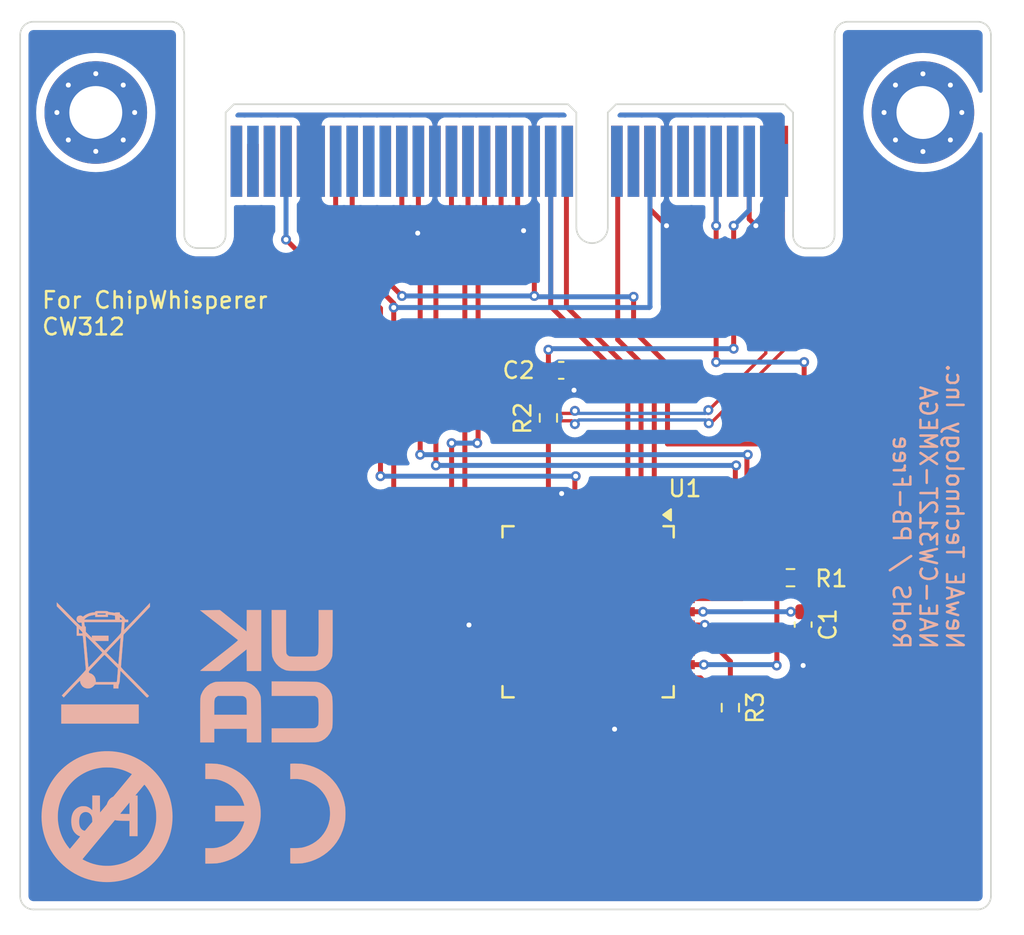
<source format=kicad_pcb>
(kicad_pcb (version 20240108) (generator "pcbnew") (generator_version "8.0")
  (layers (0 "F.Cu" signal) (31 "B.Cu" signal) (34 "B.Paste" user) (35 "F.Paste" user) (36 "B.SilkS" user "B.Silkscreen") (37 "F.SilkS" user "F.Silkscreen") (38 "B.Mask" user) (39 "F.Mask" user) (44 "Edge.Cuts" user))
  (net 0 "")
  (net 1 "VCC")
  (net 2 "GND")
  (net 3 "/FILT_LP")
  (net 4 "/GPIO2")
  (net 13 "/PDID")
  (net 21 "/LED2")
  (net 23 "/CLKOUT")
  (net 28 "/HDR5{slash}RST")
  (net 30 "/GPIO4")
  (net 33 "/LED1")
  (net 35 "/GPIO3")
  (net 39 "/LED3")
  (net 40 "Net-(P1-CLKIN)")
  (net 47 "/GPIO1")
  (net 48 "/CLK")
  (net 65 "VCC CLEAN")
  (footprint "Silkscrren_Symbols:WEEE-Logo_5.6x8mm_SilkScreen" (layer "F.Cu") (at 127.066666 97.903985)
    (property "Reference" "PCB4" (hide yes))
    (property "Value" "WEEE SYMBOL" (hide yes))
  )
  (footprint "tutorial_2_library:CW312_Template" (layer "F.Cu") (at 127.69 64.955)
    (property "Reference" "P1" (hide yes))
    (property "Value" "PCIEx4 EDGE CONNECTOR")
    (fp_line (start -4.57 -4.69) (end -4.57 47.4) (stroke (width 0.1)) (layer "Edge.Cuts"))
    (fp_line (start 4.55 -5.49) (end -3.77 -5.49) (stroke (width 0.1)) (layer "Edge.Cuts"))
    (fp_line (start 5.35 7.4) (end 5.35 -4.69) (stroke (width 0.1)) (layer "Edge.Cuts"))
    (fp_line (start 7.05 8.2) (end 6.15 8.2) (stroke (width 0.1)) (layer "Edge.Cuts"))
    (fp_line (start 7.85 0) (end 8.35 -0.5) (stroke (width 0.1)) (layer "Edge.Cuts"))
    (fp_line (start 7.85 7.4) (end 7.85 0) (stroke (width 0.1)) (layer "Edge.Cuts"))
    (fp_line (start 28.55 -0.5) (end 8.35 -0.5) (stroke (width 0.1)) (layer "Edge.Cuts"))
    (fp_line (start 29.05 0) (end 28.55 -0.5) (stroke (width 0.1)) (layer "Edge.Cuts"))
    (fp_line (start 29.05 6.95) (end 29.05 0) (stroke (width 0.1)) (layer "Edge.Cuts"))
    (fp_line (start 30.95 0) (end 31.45 -0.5) (stroke (width 0.1)) (layer "Edge.Cuts"))
    (fp_line (start 30.95 6.95) (end 30.95 0) (stroke (width 0.1)) (layer "Edge.Cuts"))
    (fp_line (start 41.65 -0.5) (end 31.45 -0.5) (stroke (width 0.1)) (layer "Edge.Cuts"))
    (fp_line (start 42.15 0) (end 41.65 -0.5) (stroke (width 0.1)) (layer "Edge.Cuts"))
    (fp_line (start 42.15 7.41) (end 42.15 0) (stroke (width 0.1)) (layer "Edge.Cuts"))
    (fp_line (start 42.95 8.21) (end 43.86 8.21) (stroke (width 0.1)) (layer "Edge.Cuts"))
    (fp_line (start 44.66 7.41) (end 44.66 -4.69) (stroke (width 0.1)) (layer "Edge.Cuts"))
    (fp_line (start 45.46 -5.49) (end 53.31 -5.49) (stroke (width 0.1)) (layer "Edge.Cuts"))
    (fp_line (start 53.31 48.2) (end -3.77 48.2) (stroke (width 0.1)) (layer "Edge.Cuts"))
    (fp_line (start 54.11 -4.69) (end 54.11 47.4) (stroke (width 0.1)) (layer "Edge.Cuts"))
    (fp_arc (start -4.57 -4.69) (mid -4.335685 -5.255685) (end -3.77 -5.49) (stroke (width 0.1)) (layer "Edge.Cuts"))
    (fp_arc (start -3.77 48.2) (mid -4.335685 47.965685) (end -4.57 47.4) (stroke (width 0.1)) (layer "Edge.Cuts"))
    (fp_arc (start 4.55 -5.49) (mid 5.115685 -5.255685) (end 5.35 -4.69) (stroke (width 0.1)) (layer "Edge.Cuts"))
    (fp_arc (start 6.15 8.2) (mid 5.584315 7.965685) (end 5.35 7.4) (stroke (width 0.1)) (layer "Edge.Cuts"))
    (fp_arc (start 7.85 7.4) (mid 7.615685 7.965685) (end 7.05 8.2) (stroke (width 0.1)) (layer "Edge.Cuts"))
    (fp_arc (start 30.95 6.95) (mid 30 7.9) (end 29.05 6.95) (stroke (width 0.1)) (layer "Edge.Cuts"))
    (fp_arc (start 42.95 8.21) (mid 42.384315 7.975685) (end 42.15 7.41) (stroke (width 0.1)) (layer "Edge.Cuts"))
    (fp_arc (start 44.66 -4.69) (mid 44.894315 -5.255685) (end 45.46 -5.49) (stroke (width 0.1)) (layer "Edge.Cuts"))
    (fp_arc (start 44.66 7.41) (mid 44.425685 7.975685) (end 43.86 8.21) (stroke (width 0.1)) (layer "Edge.Cuts"))
    (fp_arc (start 53.31 -5.49) (mid 53.875685 -5.255685) (end 54.11 -4.69) (stroke (width 0.1)) (layer "Edge.Cuts"))
    (fp_arc (start 54.11 47.4) (mid 53.875685 47.965685) (end 53.31 48.2) (stroke (width 0.1)) (layer "Edge.Cuts"))
    (pad "A1" connect rect (at 41.5 3.5 180) (size 0.7 3.2) (layers "B.Cu" "B.Mask") (net 2 "GND"))
    (pad "A2" connect rect (at 40.5 2.95 180) (size 0.7 4.3) (layers "B.Cu" "B.Mask") (net 2 "GND"))
    (pad "A3" connect rect (at 39.5 2.95 180) (size 0.7 4.3) (layers "B.Cu" "B.Mask") (net 3 "/FILT_LP"))
    (pad "A4" connect rect (at 38.5 2.95 180) (size 0.7 4.3) (layers "B.Cu" "B.Mask"))
    (pad "A5" connect rect (at 37.5 2.95 180) (size 0.7 4.3) (layers "B.Cu" "B.Mask") (net 1 "VCC"))
    (pad "A6" connect rect (at 36.5 2.95 180) (size 0.7 4.3) (layers "B.Cu" "B.Mask"))
    (pad "A7" connect rect (at 35.5 2.95 180) (size 0.7 4.3) (layers "B.Cu" "B.Mask"))
    (pad "A8" connect rect (at 34.5 2.95 180) (size 0.7 4.3) (layers "B.Cu" "B.Mask") (net 2 "GND"))
    (pad "A9" connect rect (at 33.5 2.95 180) (size 0.7 4.3) (layers "B.Cu" "B.Mask") (net 13 "/PDID"))
    (pad "A10" connect rect (at 32.5 2.95 180) (size 0.7 4.3) (layers "B.Cu" "B.Mask"))
    (pad "A11" connect rect (at 31.5 2.95 180) (size 0.7 4.3) (layers "B.Cu" "B.Mask"))
    (pad "A12" connect rect (at 28.5 2.95 180) (size 0.7 4.3) (layers "B.Cu" "B.Mask"))
    (pad "A13" connect rect (at 27.5 2.95 180) (size 0.7 4.3) (layers "B.Cu" "B.Mask") (net 28 "/HDR5{slash}RST"))
    (pad "A14" connect rect (at 26.5 2.95 180) (size 0.7 4.3) (layers "B.Cu" "B.Mask") (net 2 "GND"))
    (pad "A15" connect rect (at 25.5 2.95 180) (size 0.7 4.3) (layers "B.Cu" "B.Mask"))
    (pad "A16" connect rect (at 24.5 2.95 180) (size 0.7 4.3) (layers "B.Cu" "B.Mask"))
    (pad "A17" connect rect (at 23.5 2.95 180) (size 0.7 4.3) (layers "B.Cu" "B.Mask"))
    (pad "A18" connect rect (at 22.5 2.95 180) (size 0.7 4.3) (layers "B.Cu" "B.Mask"))
    (pad "A19" connect rect (at 21.5 2.95 180) (size 0.7 4.3) (layers "B.Cu" "B.Mask"))
    (pad "A20" connect rect (at 20.5 2.95 180) (size 0.7 4.3) (layers "B.Cu" "B.Mask") (net 2 "GND"))
    (pad "A21" connect rect (at 19.5 2.95 180) (size 0.7 4.3) (layers "B.Cu" "B.Mask"))
    (pad "A22" connect rect (at 18.5 2.95 180) (size 0.7 4.3) (layers "B.Cu" "B.Mask"))
    (pad "A23" connect rect (at 17.5 2.95 180) (size 0.7 4.3) (layers "B.Cu" "B.Mask"))
    (pad "A24" connect rect (at 16.5 2.95 180) (size 0.7 4.3) (layers "B.Cu" "B.Mask"))
    (pad "A25" connect rect (at 15.5 2.95 180) (size 0.7 4.3) (layers "B.Cu" "B.Mask"))
    (pad "A26" connect rect (at 14.5 2.95 180) (size 0.7 4.3) (layers "B.Cu" "B.Mask"))
    (pad "A27" connect rect (at 13.5 2.95 180) (size 0.7 4.3) (layers "B.Cu" "B.Mask") (net 2 "GND"))
    (pad "A28" connect rect (at 12.5 2.95 180) (size 0.7 4.3) (layers "B.Cu" "B.Mask") (net 2 "GND"))
    (pad "A29" connect rect (at 11.5 2.95 180) (size 0.7 4.3) (layers "B.Cu" "B.Mask") (net 40 "Net-(P1-CLKIN)"))
    (pad "A30" connect rect (at 10.5 2.95 180) (size 0.7 4.3) (layers "B.Cu" "B.Mask"))
    (pad "A31" connect rect (at 9.5 2.95 180) (size 0.7 4.3) (layers "B.Cu" "B.Mask"))
    (pad "A32" connect rect (at 8.5 2.95 180) (size 0.7 4.3) (layers "B.Cu" "B.Mask"))
    (pad "B1" connect rect (at 41.5 2.95 180) (size 0.7 4.3) (layers "F.Cu" "F.Mask") (net 65 "VCC CLEAN"))
    (pad "B2" connect rect (at 40.5 2.95 180) (size 0.7 4.3) (layers "F.Cu" "F.Mask") (net 3 "/FILT_LP"))
    (pad "B3" connect rect (at 39.5 2.95 180) (size 0.7 4.3) (layers "F.Cu" "F.Mask") (net 2 "GND"))
    (pad "B4" connect rect (at 38.5 2.95 180) (size 0.7 4.3) (layers "F.Cu" "F.Mask"))
    (pad "B5" connect rect (at 37.5 2.95 180) (size 0.7 4.3) (layers "F.Cu" "F.Mask") (net 1 "VCC"))
    (pad "B6" connect rect (at 36.5 2.95 180) (size 0.7 4.3) (layers "F.Cu" "F.Mask"))
    (pad "B7" connect rect (at 35.5 2.95 180) (size 0.7 4.3) (layers "F.Cu" "F.Mask"))
    (pad "B8" connect rect (at 34.5 2.95 180) (size 0.7 4.3) (layers "F.Cu" "F.Mask"))
    (pad "B9" connect rect (at 33.5 2.95 180) (size 0.7 4.3) (layers "F.Cu" "F.Mask") (net 2 "GND"))
    (pad "B10" connect rect (at 32.5 2.95 180) (size 0.7 4.3) (layers "F.Cu" "F.Mask"))
    (pad "B11" connect rect (at 31.5 2.95 180) (size 0.7 4.3) (layers "F.Cu" "F.Mask") (net 33 "/LED1"))
    (pad "B12" connect rect (at 28.5 2.95 180) (size 0.7 4.3) (layers "F.Cu" "F.Mask") (net 21 "/LED2"))
    (pad "B13" connect rect (at 27.5 2.95 180) (size 0.7 4.3) (layers "F.Cu" "F.Mask") (net 39 "/LED3"))
    (pad "B14" connect rect (at 26.5 2.95 180) (size 0.7 4.3) (layers "F.Cu" "F.Mask") (net 28 "/HDR5{slash}RST"))
    (pad "B15" connect rect (at 25.5 2.95 180) (size 0.7 4.3) (layers "F.Cu" "F.Mask") (net 2 "GND"))
    (pad "B16" connect rect (at 24.5 2.95 180) (size 0.7 4.3) (layers "F.Cu" "F.Mask") (net 47 "/GPIO1"))
    (pad "B17" connect rect (at 23.5 2.95 180) (size 0.7 4.3) (layers "F.Cu" "F.Mask") (net 4 "/GPIO2"))
    (pad "B18" connect rect (at 22.5 2.95 180) (size 0.7 4.3) (layers "F.Cu" "F.Mask") (net 35 "/GPIO3"))
    (pad "B19" connect rect (at 21.5 2.95 180) (size 0.7 4.3) (layers "F.Cu" "F.Mask") (net 30 "/GPIO4"))
    (pad "B20" connect rect (at 20.5 2.95 180) (size 0.7 4.3) (layers "F.Cu" "F.Mask"))
    (pad "B21" connect rect (at 19.5 2.95 180) (size 0.7 4.3) (layers "F.Cu" "F.Mask") (net 2 "GND"))
    (pad "B22" connect rect (at 18.5 2.95 180) (size 0.7 4.3) (layers "F.Cu" "F.Mask") (net 2 "GND"))
    (pad "B23" connect rect (at 17.5 2.95 180) (size 0.7 4.3) (layers "F.Cu" "F.Mask"))
    (pad "B24" connect rect (at 16.5 2.95 180) (size 0.7 4.3) (layers "F.Cu" "F.Mask"))
    (pad "B25" connect rect (at 15.5 2.95 180) (size 0.7 4.3) (layers "F.Cu" "F.Mask") (net 28 "/HDR5{slash}RST"))
    (pad "B26" connect rect (at 14.5 2.95 180) (size 0.7 4.3) (layers "F.Cu" "F.Mask") (net 13 "/PDID"))
    (pad "B27" connect rect (at 13.5 2.95 180) (size 0.7 4.3) (layers "F.Cu" "F.Mask") (net 23 "/CLKOUT"))
    (pad "B28" connect rect (at 12.5 2.95 180) (size 0.7 4.3) (layers "F.Cu" "F.Mask"))
    (pad "B29" connect rect (at 11.5 2.95 180) (size 0.7 4.3) (layers "F.Cu" "F.Mask"))
    (pad "B30" connect rect (at 10.5 2.95 180) (size 0.7 4.3) (layers "F.Cu" "F.Mask"))
    (pad "B31" connect rect (at 9.5 3.5 180) (size 0.7 3.2) (layers "F.Cu" "F.Mask"))
    (pad "B32" connect rect (at 8.5 2.95 180) (size 0.7 4.3) (layers "F.Cu" "F.Mask"))
    (pad "MH" thru_hole circle (at -2.35 0) (size 1 1) (drill 0.3) (layers "*.Cu" "*.Mask"))
    (pad "MH" thru_hole circle (at -1.66 -1.66) (size 1 1) (drill 0.3) (layers "*.Cu" "*.Mask"))
    (pad "MH" thru_hole circle (at -1.66 1.66) (size 1 1) (drill 0.3) (layers "*.Cu" "*.Mask"))
    (pad "MH" thru_hole circle (at 0 -2.35) (size 1 1) (drill 0.3) (layers "*.Cu" "*.Mask"))
    (pad "MH" thru_hole circle (at 0 0) (size 6.2 6.2) (drill 3.2) (layers "*.Cu" "*.Mask"))
    (pad "MH" thru_hole circle (at 0 2.35) (size 1 1) (drill 0.3) (layers "*.Cu" "*.Mask"))
    (pad "MH" thru_hole circle (at 1.66 -1.66) (size 1 1) (drill 0.3) (layers "*.Cu" "*.Mask"))
    (pad "MH" thru_hole circle (at 1.66 1.66) (size 1 1) (drill 0.3) (layers "*.Cu" "*.Mask"))
    (pad "MH" thru_hole circle (at 2.35 0) (size 1 1) (drill 0.3) (layers "*.Cu" "*.Mask"))
    (pad "MH" thru_hole circle (at 47.65 0) (size 1 1) (drill 0.3) (layers "*.Cu" "*.Mask"))
    (pad "MH" thru_hole circle (at 48.34 -1.66) (size 1 1) (drill 0.3) (layers "*.Cu" "*.Mask"))
    (pad "MH" thru_hole circle (at 48.34 1.66) (size 1 1) (drill 0.3) (layers "*.Cu" "*.Mask"))
    (pad "MH" thru_hole circle (at 50 -2.34) (size 1 1) (drill 0.3) (layers "*.Cu" "*.Mask"))
    (pad "MH" thru_hole circle (at 50 0) (size 6.2 6.2) (drill 3.2) (layers "*.Cu" "*.Mask"))
    (pad "MH" thru_hole circle (at 50 2.36) (size 1 1) (drill 0.3) (layers "*.Cu" "*.Mask"))
    (pad "MH" thru_hole circle (at 51.66 -1.66) (size 1 1) (drill 0.3) (layers "*.Cu" "*.Mask"))
    (pad "MH" thru_hole circle (at 51.66 1.66) (size 1 1) (drill 0.3) (layers "*.Cu" "*.Mask"))
    (pad "MH" thru_hole circle (at 52.35 0) (size 1 1) (drill 0.3) (layers "*.Cu" "*.Mask"))
  )
  (footprint "Silkscrren_Symbols:UKCA-Logo_8x8mm_SilkScreen" (layer "F.Cu") (at 137.369899 99.050334)
    (property "Reference" "PCB3" (hide yes))
    (property "Value" "UKCA symbol" (hide yes))
  )
  (footprint "Package_QFP:TQFP-44_10x10mm_P0.8mm" (layer "F.Cu") (at 157.45 95.15 -90)
    (property "Reference" "U1" (at -7.45 -5.85 180) (layer "F.SilkS"))
    (property "Value" "ATXMEGA128D4-AU")
    (pad "1" smd rect (at -5.7 -4 270) (size 1.5 0.55) (layers "F.Cu" "F.Paste" "F.Mask") (net 33 "/LED1"))
    (pad "2" smd rect (at -5.7 -3.2 270) (size 1.5 0.55) (layers "F.Cu" "F.Paste" "F.Mask") (net 21 "/LED2"))
    (pad "3" smd rect (at -5.7 -2.4 270) (size 1.5 0.55) (layers "F.Cu" "F.Paste" "F.Mask") (net 39 "/LED3"))
    (pad "4" smd rect (at -5.7 -1.6 270) (size 1.5 0.55) (layers "F.Cu" "F.Paste" "F.Mask"))
    (pad "5" smd rect (at -5.7 -0.8 270) (size 1.5 0.55) (layers "F.Cu" "F.Paste" "F.Mask"))
    (pad "6" smd rect (at -5.7 0 270) (size 1.5 0.55) (layers "F.Cu" "F.Paste" "F.Mask"))
    (pad "7" smd rect (at -5.7 0.8 270) (size 1.5 0.55) (layers "F.Cu" "F.Paste" "F.Mask") (net 23 "/CLKOUT"))
    (pad "8" smd rect (at -5.7 1.6 270) (size 1.5 0.55) (layers "F.Cu" "F.Paste" "F.Mask") (net 2 "GND"))
    (pad "9" smd rect (at -5.7 2.4 270) (size 1.5 0.55) (layers "F.Cu" "F.Paste" "F.Mask") (net 65 "VCC CLEAN"))
    (pad "10" smd rect (at -5.7 3.2 270) (size 1.5 0.55) (layers "F.Cu" "F.Paste" "F.Mask"))
    (pad "11" smd rect (at -5.7 4 270) (size 1.5 0.55) (layers "F.Cu" "F.Paste" "F.Mask"))
    (pad "12" smd rect (at -4 5.7) (size 1.5 0.55) (layers "F.Cu" "F.Paste" "F.Mask") (net 4 "/GPIO2"))
    (pad "13" smd rect (at -3.2 5.7) (size 1.5 0.55) (layers "F.Cu" "F.Paste" "F.Mask") (net 47 "/GPIO1"))
    (pad "14" smd rect (at -2.4 5.7) (size 1.5 0.55) (layers "F.Cu" "F.Paste" "F.Mask"))
    (pad "15" smd rect (at -1.6 5.7) (size 1.5 0.55) (layers "F.Cu" "F.Paste" "F.Mask"))
    (pad "16" smd rect (at -0.8 5.7) (size 1.5 0.55) (layers "F.Cu" "F.Paste" "F.Mask"))
    (pad "17" smd rect (at 0 5.7) (size 1.5 0.55) (layers "F.Cu" "F.Paste" "F.Mask"))
    (pad "18" smd rect (at 0.8 5.7) (size 1.5 0.55) (layers "F.Cu" "F.Paste" "F.Mask") (net 2 "GND"))
    (pad "19" smd rect (at 1.6 5.7) (size 1.5 0.55) (layers "F.Cu" "F.Paste" "F.Mask") (net 65 "VCC CLEAN"))
    (pad "20" smd rect (at 2.4 5.7) (size 1.5 0.55) (layers "F.Cu" "F.Paste" "F.Mask"))
    (pad "21" smd rect (at 3.2 5.7) (size 1.5 0.55) (layers "F.Cu" "F.Paste" "F.Mask"))
    (pad "22" smd rect (at 4 5.7) (size 1.5 0.55) (layers "F.Cu" "F.Paste" "F.Mask"))
    (pad "23" smd rect (at 5.7 4 270) (size 1.5 0.55) (layers "F.Cu" "F.Paste" "F.Mask"))
    (pad "24" smd rect (at 5.7 3.2 270) (size 1.5 0.55) (layers "F.Cu" "F.Paste" "F.Mask"))
    (pad "25" smd rect (at 5.7 2.4 270) (size 1.5 0.55) (layers "F.Cu" "F.Paste" "F.Mask"))
    (pad "26" smd rect (at 5.7 1.6 270) (size 1.5 0.55) (layers "F.Cu" "F.Paste" "F.Mask"))
    (pad "27" smd rect (at 5.7 0.8 270) (size 1.5 0.55) (layers "F.Cu" "F.Paste" "F.Mask"))
    (pad "28" smd rect (at 5.7 0 270) (size 1.5 0.55) (layers "F.Cu" "F.Paste" "F.Mask"))
    (pad "29" smd rect (at 5.7 -0.8 270) (size 1.5 0.55) (layers "F.Cu" "F.Paste" "F.Mask"))
    (pad "30" smd rect (at 5.7 -1.6 270) (size 1.5 0.55) (layers "F.Cu" "F.Paste" "F.Mask") (net 2 "GND"))
    (pad "31" smd rect (at 5.7 -2.4 270) (size 1.5 0.55) (layers "F.Cu" "F.Paste" "F.Mask") (net 65 "VCC CLEAN"))
    (pad "32" smd rect (at 5.7 -3.2 270) (size 1.5 0.55) (layers "F.Cu" "F.Paste" "F.Mask"))
    (pad "33" smd rect (at 5.7 -4 270) (size 1.5 0.55) (layers "F.Cu" "F.Paste" "F.Mask"))
    (pad "34" smd rect (at 4 -5.7) (size 1.5 0.55) (layers "F.Cu" "F.Paste" "F.Mask") (net 13 "/PDID"))
    (pad "35" smd rect (at 3.2 -5.7) (size 1.5 0.55) (layers "F.Cu" "F.Paste" "F.Mask") (net 28 "/HDR5{slash}RST"))
    (pad "36" smd rect (at 2.4 -5.7) (size 1.5 0.55) (layers "F.Cu" "F.Paste" "F.Mask"))
    (pad "37" smd rect (at 1.6 -5.7) (size 1.5 0.55) (layers "F.Cu" "F.Paste" "F.Mask") (net 48 "/CLK"))
    (pad "38" smd rect (at 0.8 -5.7) (size 1.5 0.55) (layers "F.Cu" "F.Paste" "F.Mask") (net 2 "GND"))
    (pad "39" smd rect (at 0 -5.7) (size 1.5 0.55) (layers "F.Cu" "F.Paste" "F.Mask") (net 1 "VCC"))
    (pad "40" smd rect (at -0.8 -5.7) (size 1.5 0.55) (layers "F.Cu" "F.Paste" "F.Mask") (net 30 "/GPIO4"))
    (pad "41" smd rect (at -1.6 -5.7) (size 1.5 0.55) (layers "F.Cu" "F.Paste" "F.Mask") (net 35 "/GPIO3"))
    (pad "42" smd rect (at -2.4 -5.7) (size 1.5 0.55) (layers "F.Cu" "F.Paste" "F.Mask"))
    (pad "43" smd rect (at -3.2 -5.7) (size 1.5 0.55) (layers "F.Cu" "F.Paste" "F.Mask"))
    (pad "44" smd rect (at -4 -5.7) (size 1.5 0.55) (layers "F.Cu" "F.Paste" "F.Mask"))
  )
  (footprint "Silkscrren_Symbols:CE-Logo_8.5x6mm_SilkScreen" (layer "F.Cu") (at 138.55 107.35)
    (property "Reference" "PCB1" (hide yes))
    (property "Value" "CE Symbol" (hide yes))
  )
  (footprint "Resistor_SMD:R_0603_1608Metric" (layer "F.Cu") (at 169.685 93.09)
    (property "Reference" "R1" (at 2.465 0.06 0) (layer "F.SilkS"))
    (property "Value" "RES_10k_0603")
    (pad "1" smd roundrect (at -0.825 0) (size 0.8 0.95) (layers "F.Cu" "F.Paste" "F.Mask") (net 28 "/HDR5{slash}RST"))
    (pad "2" smd roundrect (at 0.825 0) (size 0.8 0.95) (layers "F.Cu" "F.Paste" "F.Mask") (net 1 "VCC"))
  )
  (footprint "Capacitor_SMD:C_0603_1608Metric" (layer "F.Cu") (at 155.825 80.55)
    (property "Reference" "C2" (at -2.575 0 0) (layer "F.SilkS"))
    (property "Value" "CAP_100n_6.3V_0603")
    (pad "1" smd roundrect (at -0.775 0) (size 0.9 0.95) (layers "F.Cu" "F.Paste" "F.Mask") (net 3 "/FILT_LP"))
    (pad "2" smd roundrect (at 0.775 0) (size 0.9 0.95) (layers "F.Cu" "F.Paste" "F.Mask") (net 2 "GND"))
  )
  (footprint "Resistor_SMD:R_0603_1608Metric" (layer "F.Cu") (at 155.05 83.425 -90)
    (property "Reference" "R2" (at 0.025 1.55 90) (layer "F.SilkS"))
    (property "Value" "RES_51R_0603")
    (pad "1" smd roundrect (at -0.825 0 270) (size 0.8 0.95) (layers "F.Cu" "F.Paste" "F.Mask") (net 3 "/FILT_LP"))
    (pad "2" smd roundrect (at 0.825 0 270) (size 0.8 0.95) (layers "F.Cu" "F.Paste" "F.Mask") (net 65 "VCC CLEAN"))
  )
  (footprint "Resistor_SMD:R_0603_1608Metric" (layer "F.Cu") (at 166.05 100.95 -90)
    (property "Reference" "R3" (at 0 -1.5 90) (layer "F.SilkS"))
    (property "Value" "RES_100R_0603")
    (pad "1" smd roundrect (at -0.825 0 270) (size 0.8 0.95) (layers "F.Cu" "F.Paste" "F.Mask") (net 48 "/CLK"))
    (pad "2" smd roundrect (at 0.825 0 270) (size 0.8 0.95) (layers "F.Cu" "F.Paste" "F.Mask") (net 40 "Net-(P1-CLKIN)"))
  )
  (footprint "Silkscrren_Symbols:Pb_Free_8.0x8.0mm_SilkScreen" (layer "F.Cu") (at 127.637691 107.540654)
    (property "Reference" "PCB2" (hide yes))
    (property "Value" "Pb_Free Symbol" (hide yes))
  )
  (footprint "Capacitor_SMD:C_0603_1608Metric" (layer "F.Cu") (at 170.45 95.925 90)
    (property "Reference" "C1" (at 0 1.5 90) (layer "F.SilkS"))
    (property "Value" "CAP_100n_6.3V_0603")
    (pad "1" smd roundrect (at -0.775 0 90) (size 0.9 0.95) (layers "F.Cu" "F.Paste" "F.Mask") (net 2 "GND"))
    (pad "2" smd roundrect (at 0.775 0 90) (size 0.9 0.95) (layers "F.Cu" "F.Paste" "F.Mask") (net 1 "VCC"))
  )
  (gr_text "NewAE Technology Inc.\nNAE-CW312T-XMEGA\nRoHS / PB-Free" (at 175.8 97.5 270) (layer "B.SilkS") (effects (font (size 1 1) (thickness 0.153)) (justify left bottom mirror)))
  (gr_text "For ChipWhisperer\nCW312" (at 124.35 78.5 0) (layer "F.SilkS") (effects (font (size 1 1) (thickness 0.153)) (justify left bottom)))
  (segment (start 170.51 95.09) (end 170.45 95.15) (width 0.2) (layer "F.Cu") (net 1))
  (segment (start 170.51 80.05) (end 170.51 93.09) (width 0.3) (layer "F.Cu") (net 1))
  (segment (start 170.51 92.84) (end 170.5 92.85) (width 0.2) (layer "F.Cu") (net 1))
  (segment (start 170.51 93.09) (end 170.45 93.15) (width 0.2) (layer "F.Cu") (net 1))
  (segment (start 170.75 92.85) (end 170.51 93.09) (width 0.2) (layer "F.Cu") (net 1))
  (segment (start 165.19 80.05) (end 165.19 71.8) (width 0.3) (layer "F.Cu") (net 1))
  (segment (start 169.7 95.15) (end 170.45 95.15) (width 0.3) (layer "F.Cu") (net 1))
  (segment (start 170.51 93.09) (end 170.51 95.09) (width 0.3) (layer "F.Cu") (net 1))
  (segment (start 165.19 67.905) (end 165.19 71.8) (width 0.3) (layer "F.Cu") (net 1))
  (segment (start 163.15 95.15) (end 164.4 95.15) (width 0.3) (layer "F.Cu") (net 1))
  (via (at 164.4 95.15) (size 0.6) (drill 0.3) (layers "F.Cu" "B.Cu") (net 1))
  (via (at 169.7 95.15) (size 0.6) (drill 0.3) (layers "F.Cu" "B.Cu") (net 1))
  (via (at 165.19 71.8) (size 0.6) (drill 0.3) (layers "F.Cu" "B.Cu") (net 1))
  (via (at 170.51 80.05) (size 0.6) (drill 0.3) (layers "F.Cu" "B.Cu") (net 1))
  (via (at 165.19 80.05) (size 0.6) (drill 0.3) (layers "F.Cu" "B.Cu") (net 1))
  (segment (start 169.7 95.15) (end 164.4 95.15) (width 0.3) (layer "B.Cu") (net 1))
  (segment (start 170.51 80.05) (end 165.19 80.05) (width 0.3) (layer "B.Cu") (net 1))
  (segment (start 165.19 67.905) (end 165.19 71.8) (width 0.3) (layer "B.Cu") (net 1))
  (segment (start 147.15 72.25) (end 146.19 71.29) (width 0.3) (layer "F.Cu") (net 2))
  (segment (start 147.19 72.21) (end 147.19 67.905) (width 0.3) (layer "F.Cu") (net 2))
  (segment (start 153.55 72.1) (end 153.19 71.74) (width 0.3) (layer "F.Cu") (net 2))
  (segment (start 162.19 71.8) (end 161.19 70.8) (width 0.3) (layer "F.Cu") (net 2))
  (segment (start 167.19 67.905) (end 167.19 71.4) (width 0.3) (layer "F.Cu") (net 2))
  (segment (start 164.498716 95.95) (end 164.505731 95.942985) (width 0.2) (layer "F.Cu") (net 2))
  (segment (start 159.05 100.85) (end 159.05 102.25) (width 0.3) (layer "F.Cu") (net 2))
  (segment (start 161.19 70.8) (end 161.19 67.905) (width 0.3) (layer "F.Cu") (net 2))
  (segment (start 153.19 71.74) (end 153.19 67.905) (width 0.3) (layer "F.Cu") (net 2))
  (segment (start 156.6 80.55) (end 156.6 81.75) (width 0.3) (layer "F.Cu") (net 2))
  (segment (start 146.19 71.29) (end 146.19 67.905) (width 0.3) (layer "F.Cu") (net 2))
  (segment (start 155.85 89.45) (end 155.85 88) (width 0.3) (layer "F.Cu") (net 2))
  (segment (start 167.19 71.4) (end 167.59 71.8) (width 0.3) (layer "F.Cu") (net 2))
  (segment (start 170.45 96.7) (end 170.45 98.4) (width 0.3) (layer "F.Cu") (net 2))
  (segment (start 147.15 72.25) (end 147.19 72.21) (width 0.3) (layer "F.Cu") (net 2))
  (segment (start 151.75 95.95) (end 150.25 95.95) (width 0.3) (layer "F.Cu") (net 2))
  (segment (start 163.15 95.95) (end 164.498716 95.95) (width 0.3) (layer "F.Cu") (net 2))
  (via (at 155.85 88) (size 0.6) (drill 0.3) (layers "F.Cu" "B.Cu") (net 2))
  (via (at 153.55 72.1) (size 0.6) (drill 0.3) (layers "F.Cu" "B.Cu") (net 2))
  (via (at 164.505731 95.942985) (size 0.6) (drill 0.3) (layers "F.Cu" "B.Cu") (net 2))
  (via (at 167.59 71.8) (size 0.6) (drill 0.3) (layers "F.Cu" "B.Cu") (net 2))
  (via (at 147.15 72.25) (size 0.6) (drill 0.3) (layers "F.Cu" "B.Cu") (net 2))
  (via (at 159.05 102.25) (size 0.6) (drill 0.3) (layers "F.Cu" "B.Cu") (net 2))
  (via (at 170.45 98.4) (size 0.6) (drill 0.3) (layers "F.Cu" "B.Cu") (net 2))
  (via (at 156.6 81.75) (size 0.6) (drill 0.3) (layers "F.Cu" "B.Cu") (net 2))
  (via (at 150.25 95.95) (size 0.6) (drill 0.3) (layers "F.Cu" "B.Cu") (net 2))
  (via (at 162.19 71.8) (size 0.6) (drill 0.3) (layers "F.Cu" "B.Cu") (net 2))
  (segment (start 168.3 71.8) (end 169.19 70.91) (width 0.3) (layer "B.Cu") (net 2))
  (segment (start 153.55 72.1) (end 154.19 71.46) (width 0.3) (layer "B.Cu") (net 2))
  (segment (start 168.19 71.2) (end 168.19 67.905) (width 0.3) (layer "B.Cu") (net 2))
  (segment (start 169.19 70.91) (end 169.19 68.455) (width 0.3) (layer "B.Cu") (net 2))
  (segment (start 154.19 71.46) (end 154.19 67.905) (width 0.3) (layer "B.Cu") (net 2))
  (segment (start 167.59 71.8) (end 168.3 71.8) (width 0.3) (layer "B.Cu") (net 2))
  (segment (start 162.19 67.905) (end 162.19 71.8) (width 0.3) (layer "B.Cu") (net 2))
  (segment (start 148.19 71.21) (end 148.19 67.905) (width 0.3) (layer "B.Cu") (net 2))
  (segment (start 147.15 72.25) (end 148.19 71.21) (width 0.3) (layer "B.Cu") (net 2))
  (segment (start 167.59 71.8) (end 168.19 71.2) (width 0.3) (layer "B.Cu") (net 2))
  (segment (start 164.717435 82.952173) (end 164.747827 82.952173) (width 0.2) (layer "F.Cu") (net 3))
  (segment (start 155.05 83.05) (end 155.05 82.6) (width 0.2) (layer "F.Cu") (net 3))
  (segment (start 166.25 71.8) (end 166.25 79.24) (width 0.3) (layer "F.Cu") (net 3))
  (segment (start 168.19 79.51) (end 168.19 67.905) (width 0.2) (layer "F.Cu") (net 3))
  (segment (start 155.15 83.15) (end 155.05 83.05) (width 0.2) (layer "F.Cu") (net 3))
  (segment (start 155.05 79.3) (end 155.05 80.55) (width 0.3) (layer "F.Cu") (net 3))
  (segment (start 156.65 82.999997) (end 156.499997 83.15) (width 0.2) (layer "F.Cu") (net 3))
  (segment (start 164.747827 82.952173) (end 168.19 79.51) (width 0.2) (layer "F.Cu") (net 3))
  (segment (start 155.05 80.55) (end 155.05 82.6) (width 0.3) (layer "F.Cu") (net 3))
  (segment (start 156.499997 83.15) (end 155.15 83.15) (width 0.2) (layer "F.Cu") (net 3))
  (via (at 164.717435 82.952173) (size 0.6) (drill 0.3) (layers "F.Cu" "B.Cu") (net 3))
  (via (at 166.25 71.8) (size 0.6) (drill 0.3) (layers "F.Cu" "B.Cu") (net 3))
  (via (at 155.05 79.3) (size 0.6) (drill 0.3) (layers "F.Cu" "B.Cu") (net 3))
  (via (at 166.25 79.24) (size 0.6) (drill 0.3) (layers "F.Cu" "B.Cu") (net 3))
  (via (at 156.65 82.999997) (size 0.6) (drill 0.3) (layers "F.Cu" "B.Cu") (net 3))
  (segment (start 166.25 79.24) (end 155.11 79.24) (width 0.3) (layer "B.Cu") (net 3))
  (segment (start 156.800003 83.15) (end 156.65 82.999997) (width 0.2) (layer "B.Cu") (net 3))
  (segment (start 155.11 79.24) (end 155.05 79.3) (width 0.3) (layer "B.Cu") (net 3))
  (segment (start 166.25 71.8) (end 167.19 70.86) (width 0.3) (layer "B.Cu") (net 3))
  (segment (start 164.717435 82.952173) (end 164.519608 83.15) (width 0.2) (layer "B.Cu") (net 3))
  (segment (start 164.519608 83.15) (end 156.800003 83.15) (width 0.2) (layer "B.Cu") (net 3))
  (segment (start 167.19 70.86) (end 167.19 67.905) (width 0.3) (layer "B.Cu") (net 3))
  (segment (start 150 90.3) (end 150 74.69038) (width 0.3) (layer "F.Cu") (net 4))
  (segment (start 151.19 73.50038) (end 151.19 67.905) (width 0.3) (layer "F.Cu") (net 4))
  (segment (start 151.75 91.15) (end 150.85 91.15) (width 0.3) (layer "F.Cu") (net 4))
  (segment (start 150 74.69038) (end 151.19 73.50038) (width 0.3) (layer "F.Cu") (net 4))
  (segment (start 150.85 91.15) (end 150 90.3) (width 0.3) (layer "F.Cu") (net 4))
  (segment (start 145.7 76.75) (end 145.7 98.15) (width 0.3) (layer "F.Cu") (net 13))
  (segment (start 164.75 99.65) (end 164.25 99.15) (width 0.3) (layer "F.Cu") (net 13))
  (segment (start 164.3 102.9) (end 164.75 102.45) (width 0.3) (layer "F.Cu") (net 13))
  (segment (start 145.7 76.5) (end 142.19 72.99) (width 0.3) (layer "F.Cu") (net 13))
  (segment (start 164.75 102.45) (end 164.75 99.65) (width 0.3) (layer "F.Cu") (net 13))
  (segment (start 145.7 98.15) (end 150.45 102.9) (width 0.3) (layer "F.Cu") (net 13))
  (segment (start 142.19 72.99) (end 142.19 67.905) (width 0.3) (layer "F.Cu") (net 13))
  (segment (start 164.25 99.15) (end 163.15 99.15) (width 0.3) (layer "F.Cu") (net 13))
  (segment (start 145.7 76.75) (end 145.7 76.5) (width 0.3) (layer "F.Cu") (net 13))
  (segment (start 150.45 102.9) (end 164.3 102.9) (width 0.3) (layer "F.Cu") (net 13))
  (via (at 145.7 76.75) (size 0.6) (drill 0.3) (layers "F.Cu" "B.Cu") (net 13))
  (segment (start 161.2 76.7) (end 161.19 76.69) (width 0.3) (layer "B.Cu") (net 13))
  (segment (start 145.7 76.75) (end 161.15 76.75) (width 0.3) (layer "B.Cu") (net 13))
  (segment (start 161.19 76.69) (end 161.19 67.905) (width 0.3) (layer "B.Cu") (net 13))
  (segment (start 161.15 76.75) (end 161.2 76.7) (width 0.3) (layer "B.Cu") (net 13))
  (segment (start 156.14 76.69) (end 156.14 67.905) (width 0.3) (layer "F.Cu") (net 21))
  (segment (start 160.65 89.45) (end 160.65 81.2) (width 0.3) (layer "F.Cu") (net 21))
  (segment (start 160.65 81.2) (end 156.14 76.69) (width 0.3) (layer "F.Cu") (net 21))
  (segment (start 141.19 73.09) (end 141.19 67.905) (width 0.3) (layer "F.Cu") (net 23))
  (segment (start 144.9 86.95) (end 144.9 76.8) (width 0.3) (layer "F.Cu") (net 23))
  (segment (start 156.65 87) (end 156.65 89.45) (width 0.3) (layer "F.Cu") (net 23))
  (segment (start 156.7 86.95) (end 156.65 87) (width 0.3) (layer "F.Cu") (net 23))
  (segment (start 144.9 76.8) (end 141.19 73.09) (width 0.3) (layer "F.Cu") (net 23))
  (via (at 144.9 86.95) (size 0.6) (drill 0.3) (layers "F.Cu" "B.Cu") (net 23))
  (via (at 156.7 86.95) (size 0.6) (drill 0.3) (layers "F.Cu" "B.Cu") (net 23))
  (segment (start 144.9 86.95) (end 156.7 86.95) (width 0.3) (layer "B.Cu") (net 23))
  (segment (start 154.2 67.915) (end 154.19 67.905) (width 0.3) (layer "F.Cu") (net 28))
  (segment (start 146.2 76.05) (end 143.19 73.04) (width 0.3) (layer "F.Cu") (net 28))
  (segment (start 154.2 76.05) (end 154.2 67.915) (width 0.3) (layer "F.Cu") (net 28))
  (segment (start 160.2 78.15) (end 162.25 80.2) (width 0.3) (layer "F.Cu") (net 28))
  (segment (start 168.75 93.2) (end 168.775 93.175) (width 0.3) (layer "F.Cu") (net 28))
  (segment (start 162.25 80.2) (end 162.25 85) (width 0.3) (layer "F.Cu") (net 28))
  (segment (start 163.15 98.35) (end 164.45 98.35) (width 0.3) (layer "F.Cu") (net 28))
  (segment (start 160.2 76.1) (end 160.2 78.15) (width 0.3) (layer "F.Cu") (net 28))
  (segment (start 168.85 98.4) (end 168.86 98.39) (width 0.3) (layer "F.Cu") (net 28))
  (segment (start 168.81 93.14) (end 168.86 93.09) (width 0.2) (layer "F.Cu") (net 28))
  (segment (start 162.25 85) (end 168.85 85) (width 0.3) (layer "F.Cu") (net 28))
  (segment (start 168.86 93.09) (end 168.8 93.03) (width 0.3) (layer "F.Cu") (net 28))
  (segment (start 143.19 73.04) (end 143.19 67.905) (width 0.3) (layer "F.Cu") (net 28))
  (segment (start 168.85 85) (end 168.85 93.03) (width 0.3) (layer "F.Cu") (net 28))
  (segment (start 168.86 98.39) (end 168.86 93.09) (width 0.3) (layer "F.Cu") (net 28))
  (via (at 168.85 98.4) (size 0.6) (drill 0.3) (layers "F.Cu" "B.Cu") (net 28))
  (via (at 146.2 76.05) (size 0.6) (drill 0.3) (layers "F.Cu" "B.Cu") (net 28))
  (via (at 154.2 76.05) (size 0.6) (drill 0.3) (layers "F.Cu" "B.Cu") (net 28))
  (via (at 160.2 76.1) (size 0.6) (drill 0.3) (layers "F.Cu" "B.Cu") (net 28))
  (via (at 164.45 98.35) (size 0.6) (drill 0.3) (layers "F.Cu" "B.Cu") (net 28))
  (segment (start 168.85 98.4) (end 168.8 98.35) (width 0.3) (layer "B.Cu") (net 28))
  (segment (start 154.25 76.1) (end 154.2 76.05) (width 0.3) (layer "B.Cu") (net 28))
  (segment (start 155.19 76.1) (end 155.19 67.905) (width 0.3) (layer "B.Cu") (net 28))
  (segment (start 160.2 76.1) (end 154.25 76.1) (width 0.3) (layer "B.Cu") (net 28))
  (segment (start 154.2 76.05) (end 146.2 76.05) (width 0.3) (layer "B.Cu") (net 28))
  (segment (start 168.8 98.35) (end 164.45 98.35) (width 0.3) (layer "B.Cu") (net 28))
  (segment (start 167.1 85.65) (end 167.05 85.7) (width 0.3) (layer "F.Cu") (net 30))
  (segment (start 147.3 85.65) (end 147.3 73.3) (width 0.3) (layer "F.Cu") (net 30))
  (segment (start 166.75 94.35) (end 163.15 94.35) (width 0.3) (layer "F.Cu") (net 30))
  (segment (start 167.05 85.7) (end 167.05 94.05) (width 0.3) (layer "F.Cu") (net 30))
  (segment (start 147.3 73.3) (end 149.19 71.41) (width 0.3) (layer "F.Cu") (net 30))
  (segment (start 149.19 71.41) (end 149.19 67.905) (width 0.3) (layer "F.Cu") (net 30))
  (segment (start 167.05 94.05) (end 166.75 94.35) (width 0.3) (layer "F.Cu") (net 30))
  (via (at 147.3 85.65) (size 0.6) (drill 0.3) (layers "F.Cu" "B.Cu") (net 30))
  (via (at 167.1 85.65) (size 0.6) (drill 0.3) (layers "F.Cu" "B.Cu") (net 30))
  (segment (start 167.1 85.65) (end 147.3 85.65) (width 0.3) (layer "B.Cu") (net 30))
  (segment (start 159.24 78.69) (end 159.24 67.905) (width 0.3) (layer "F.Cu") (net 33))
  (segment (start 161.45 80.9) (end 159.24 78.69) (width 0.3) (layer "F.Cu") (net 33))
  (segment (start 161.45 89.45) (end 161.45 80.9) (width 0.3) (layer "F.Cu") (net 33))
  (segment (start 166.35 86.35) (end 166.35 93.25) (width 0.3) (layer "F.Cu") (net 35))
  (segment (start 148.25 86.3) (end 148.25 73.35) (width 0.3) (layer "F.Cu") (net 35))
  (segment (start 166.4 86.3) (end 166.35 86.35) (width 0.3) (layer "F.Cu") (net 35))
  (segment (start 148.25 73.35) (end 150.19 71.41) (width 0.3) (layer "F.Cu") (net 35))
  (segment (start 166.05 93.55) (end 163.15 93.55) (width 0.3) (layer "F.Cu") (net 35))
  (segment (start 150.19 71.41) (end 150.19 67.905) (width 0.3) (layer "F.Cu") (net 35))
  (segment (start 166.35 93.25) (end 166.05 93.55) (width 0.3) (layer "F.Cu") (net 35))
  (via (at 166.4 86.3) (size 0.6) (drill 0.3) (layers "F.Cu" "B.Cu") (net 35))
  (via (at 148.25 86.3) (size 0.6) (drill 0.3) (layers "F.Cu" "B.Cu") (net 35))
  (segment (start 148.25 86.3) (end 166.4 86.3) (width 0.3) (layer "B.Cu") (net 35))
  (segment (start 155.19 76.69) (end 155.19 67.905) (width 0.3) (layer "F.Cu") (net 39))
  (segment (start 159.85 81.35) (end 155.19 76.69) (width 0.3) (layer "F.Cu") (net 39))
  (segment (start 159.85 89.45) (end 159.85 81.35) (width 0.3) (layer "F.Cu") (net 39))
  (segment (start 166.05 102.8) (end 166.05 101.775) (width 0.3) (layer "F.Cu") (net 40))
  (segment (start 139.19 72.64) (end 143.9 77.35) (width 0.3) (layer "F.Cu") (net 40))
  (segment (start 149.65 104.15) (end 164.7 104.15) (width 0.3) (layer "F.Cu") (net 40))
  (segment (start 143.9 77.35) (end 143.9 98.4) (width 0.3) (layer "F.Cu") (net 40))
  (segment (start 143.9 98.4) (end 149.65 104.15) (width 0.3) (layer "F.Cu") (net 40))
  (segment (start 164.7 104.15) (end 166.05 102.8) (width 0.3) (layer "F.Cu") (net 40))
  (via (at 139.19 72.64) (size 0.6) (drill 0.3) (layers "F.Cu" "B.Cu") (net 40))
  (segment (start 139.19 67.905) (end 139.19 72.64) (width 0.3) (layer "B.Cu") (net 40))
  (segment (start 149.2 84.95) (end 149.2 90.265686) (width 0.3) (layer "F.Cu") (net 47))
  (segment (start 152.19 73.41) (end 152.19 67.905) (width 0.3) (layer "F.Cu") (net 47))
  (segment (start 149.2 90.265686) (end 150.884314 91.95) (width 0.3) (layer "F.Cu") (net 47))
  (segment (start 150.884314 91.95) (end 151.75 91.95) (width 0.3) (layer "F.Cu") (net 47))
  (segment (start 150.8 84.9) (end 150.8 74.8) (width 0.3) (layer "F.Cu") (net 47))
  (segment (start 150.8 74.8) (end 152.19 73.41) (width 0.3) (layer "F.Cu") (net 47))
  (segment (start 150.75 84.95) (end 150.8 84.9) (width 0.3) (layer "F.Cu") (net 47))
  (via (at 150.75 84.95) (size 0.6) (drill 0.3) (layers "F.Cu" "B.Cu") (net 47))
  (via (at 149.2 84.95) (size 0.6) (drill 0.3) (layers "F.Cu" "B.Cu") (net 47))
  (segment (start 150.75 84.95) (end 149.2 84.95) (width 0.3) (layer "B.Cu") (net 47))
  (segment (start 163.15 96.75) (end 164.65 96.75) (width 0.3) (layer "F.Cu") (net 48))
  (segment (start 166.05 98.15) (end 166.05 100.125) (width 0.3) (layer "F.Cu") (net 48))
  (segment (start 164.65 96.75) (end 166.05 98.15) (width 0.3) (layer "F.Cu") (net 48))
  (segment (start 152.8 96.75) (end 151.75 96.75) (width 0.3) (layer "F.Cu") (net 65))
  (segment (start 155.05 94.5) (end 159.85 99.3) (width 0.3) (layer "F.Cu") (net 65))
  (segment (start 155.05 94.5) (end 152.8 96.75) (width 0.3) (layer "F.Cu") (net 65))
  (segment (start 169.24 67.955) (end 169.19 67.905) (width 0.2) (layer "F.Cu") (net 65))
  (segment (start 159.85 99.3) (end 159.85 100.85) (width 0.3) (layer "F.Cu") (net 65))
  (segment (start 156.45 83.6) (end 155.2 83.6) (width 0.2) (layer "F.Cu") (net 65))
  (segment (start 155.2 83.6) (end 155.05 83.75) (width 0.2) (layer "F.Cu") (net 65))
  (segment (start 156.65 83.8) (end 156.45 83.6) (width 0.2) (layer "F.Cu") (net 65))
  (segment (start 155.05 84.25) (end 155.05 89.45) (width 0.3) (layer "F.Cu") (net 65))
  (segment (start 155.05 89.45) (end 155.05 94.5) (width 0.3) (layer "F.Cu") (net 65))
  (segment (start 164.74437 83.751722) (end 164.858254 83.751722) (width 0.2) (layer "F.Cu") (net 65))
  (segment (start 169.24 79.369976) (end 169.24 67.955) (width 0.2) (layer "F.Cu") (net 65))
  (segment (start 164.858254 83.751722) (end 169.24 79.369976) (width 0.2) (layer "F.Cu") (net 65))
  (segment (start 155.05 83.75) (end 155.05 84.25) (width 0.2) (layer "F.Cu") (net 65))
  (via (at 164.74437 83.751722) (size 0.6) (drill 0.3) (layers "F.Cu" "B.Cu") (net 65))
  (via (at 156.65 83.8) (size 0.6) (drill 0.3) (layers "F.Cu" "B.Cu") (net 65))
  (segment (start 156.9 83.55) (end 156.65 83.8) (width 0.2) (layer "B.Cu") (net 65))
  (segment (start 164.74437 83.751722) (end 164.542648 83.55) (width 0.2) (layer "B.Cu") (net 65))
  (segment (start 164.542648 83.55) (end 156.9 83.55) (width 0.2) (layer "B.Cu") (net 65))
  (zone (net 2) (net_name "GND") (layer "B.Cu") (connect_pads yes (clearance 0.5)) (min_thickness 0.25) (fill yes (thermal_gap 0.5) (thermal_bridge_width 0.5))
    (polygon (pts (xy 121.9 58.15) (xy 183.8 58.15) (xy 183.8 114.7) (xy 121.9 114.7)))
  )
)
</source>
